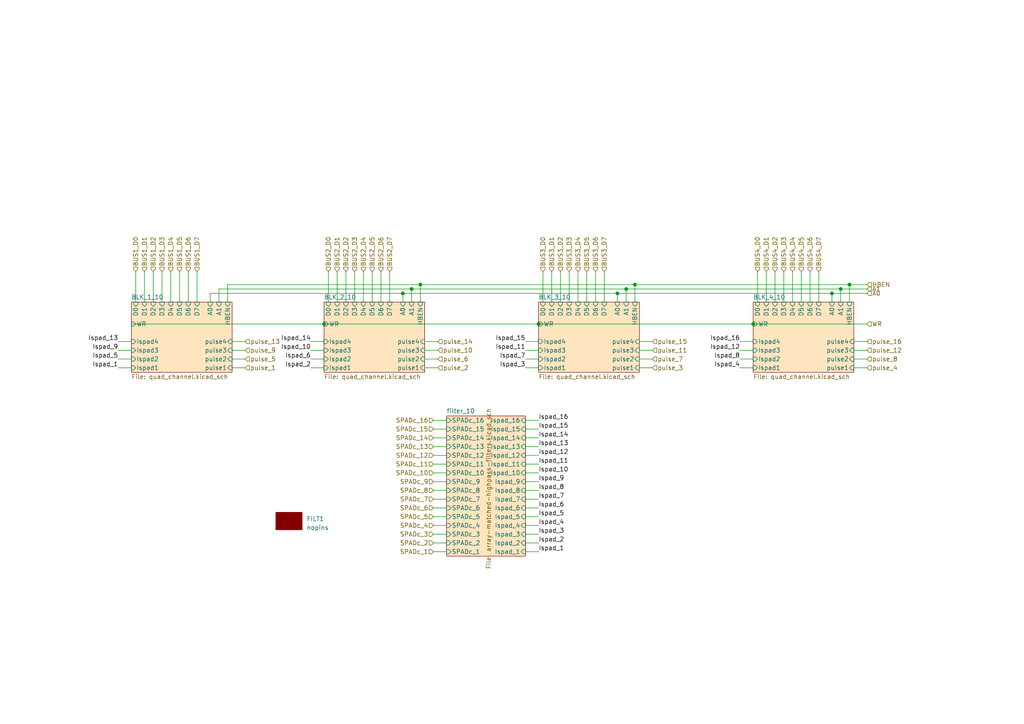
<source format=kicad_sch>
(kicad_sch (version 20230121) (generator eeschema)

  (uuid 52d8f336-2548-4a6a-9199-249ef77232ed)

  (paper "A4")

  (lib_symbols
    (symbol "0_kicad_custom_symbols:nopins" (in_bom yes) (on_board yes)
      (property "Reference" "U" (at 0 -1.27 0)
        (effects (font (size 1.27 1.27)))
      )
      (property "Value" "nopins" (at 0 1.27 0)
        (effects (font (size 1.27 1.27)))
      )
      (property "Footprint" "" (at 0 -1.27 0)
        (effects (font (size 1.27 1.27)) hide)
      )
      (property "Datasheet" "" (at 0 -1.27 0)
        (effects (font (size 1.27 1.27)) hide)
      )
      (symbol "nopins_0_1"
        (rectangle (start 3.81 -2.54) (end -3.81 2.54)
          (stroke (width 0) (type default))
          (fill (type outline))
        )
      )
    )
  )

  (junction (at 243.84 83.82) (diameter 0) (color 0 0 0 0)
    (uuid 01581fcd-3142-46d1-810f-64d42e9ffac7)
  )
  (junction (at 121.92 82.55) (diameter 0) (color 0 0 0 0)
    (uuid 09e7ee77-03e7-434e-ac00-70be48bade37)
  )
  (junction (at 181.61 83.82) (diameter 0) (color 0 0 0 0)
    (uuid 13d3d4c6-291c-4875-a49c-3e24eb46a18b)
  )
  (junction (at 179.07 85.09) (diameter 0) (color 0 0 0 0)
    (uuid 70c27a10-3ec1-4335-b559-9fefd55de7b4)
  )
  (junction (at 93.98 93.98) (diameter 0) (color 0 0 0 0)
    (uuid 9285d987-a8d1-4b47-9148-8054b0ba285c)
  )
  (junction (at 184.15 82.55) (diameter 0) (color 0 0 0 0)
    (uuid 99a1ed49-e8a5-4ff1-97e5-fb44241b11ee)
  )
  (junction (at 116.84 85.09) (diameter 0) (color 0 0 0 0)
    (uuid 9b03a390-1cd5-4412-a671-500633480605)
  )
  (junction (at 156.21 93.98) (diameter 0) (color 0 0 0 0)
    (uuid a10c6203-f4ae-4108-be3d-fb6207e9a122)
  )
  (junction (at 246.38 82.55) (diameter 0) (color 0 0 0 0)
    (uuid a852cb3d-a930-443b-beca-3ed2d1824fb5)
  )
  (junction (at 241.3 85.09) (diameter 0) (color 0 0 0 0)
    (uuid afc0ad15-ca7d-40e0-a500-27c1800fadb9)
  )
  (junction (at 218.44 93.98) (diameter 0) (color 0 0 0 0)
    (uuid cce42eb8-7574-47b7-82bb-5643f4acec7f)
  )
  (junction (at 119.38 83.82) (diameter 0) (color 0 0 0 0)
    (uuid e59b2cdd-1931-42d3-83c6-881f50c68252)
  )

  (wire (pts (xy 100.33 78.74) (xy 100.33 87.63))
    (stroke (width 0) (type default))
    (uuid 00d9556e-5e01-45f9-ac02-0e801e45ce94)
  )
  (wire (pts (xy 129.54 154.94) (xy 125.73 154.94))
    (stroke (width 0) (type default))
    (uuid 02668e77-ecbc-46c5-9dda-543efb67cd61)
  )
  (wire (pts (xy 63.5 87.63) (xy 63.5 83.82))
    (stroke (width 0) (type default))
    (uuid 08b770e4-e844-4b0c-9b21-675de77c92e5)
  )
  (wire (pts (xy 105.41 78.74) (xy 105.41 87.63))
    (stroke (width 0) (type default))
    (uuid 08c3bd1f-1053-4520-ac6c-ad03f4a498ab)
  )
  (wire (pts (xy 179.07 85.09) (xy 179.07 87.63))
    (stroke (width 0) (type default))
    (uuid 0967c64a-1464-405e-aa46-69bfd7d8b4d5)
  )
  (wire (pts (xy 152.4 139.7) (xy 156.21 139.7))
    (stroke (width 0) (type default))
    (uuid 0a204a7c-fe26-4744-b918-2a80579e5cc2)
  )
  (wire (pts (xy 90.17 106.68) (xy 93.98 106.68))
    (stroke (width 0) (type default))
    (uuid 12335b52-03aa-40f0-bbee-5674c37dbdbc)
  )
  (wire (pts (xy 152.4 134.62) (xy 156.21 134.62))
    (stroke (width 0) (type default))
    (uuid 14b2dc90-aa6b-4735-97be-78e4b4f7bbff)
  )
  (wire (pts (xy 152.4 142.24) (xy 156.21 142.24))
    (stroke (width 0) (type default))
    (uuid 16d796bb-3ee1-4502-ba75-fb1d300c8b23)
  )
  (wire (pts (xy 116.84 85.09) (xy 116.84 87.63))
    (stroke (width 0) (type default))
    (uuid 179a8fcd-6e7b-45c6-89aa-ff52222a842f)
  )
  (wire (pts (xy 71.12 106.68) (xy 67.31 106.68))
    (stroke (width 0) (type default))
    (uuid 17cdc07f-ceee-4ec1-abd8-3a5e75353c0d)
  )
  (wire (pts (xy 152.4 154.94) (xy 156.21 154.94))
    (stroke (width 0) (type default))
    (uuid 18b00416-0fb9-4047-b474-ce8472c1c757)
  )
  (wire (pts (xy 49.53 78.74) (xy 49.53 87.63))
    (stroke (width 0) (type default))
    (uuid 1c53744b-ad59-4411-8a2e-c6b5a2c48cf9)
  )
  (wire (pts (xy 102.87 78.74) (xy 102.87 87.63))
    (stroke (width 0) (type default))
    (uuid 1e9b3c40-f56d-44b1-9cbc-e3f722c2f85a)
  )
  (wire (pts (xy 129.54 149.86) (xy 125.73 149.86))
    (stroke (width 0) (type default))
    (uuid 223e279f-7ab0-4590-adb9-ab6a339127bf)
  )
  (wire (pts (xy 71.12 99.06) (xy 67.31 99.06))
    (stroke (width 0) (type default))
    (uuid 295e2e5c-8caa-476f-b856-8d3a0a13c6b4)
  )
  (wire (pts (xy 160.02 78.74) (xy 160.02 87.63))
    (stroke (width 0) (type default))
    (uuid 2b37e5d5-2455-4829-bdef-3a689343ffdc)
  )
  (wire (pts (xy 218.44 93.98) (xy 251.46 93.98))
    (stroke (width 0) (type default))
    (uuid 2b598b1c-5329-44d7-8fb2-21e22137e716)
  )
  (wire (pts (xy 129.54 134.62) (xy 125.73 134.62))
    (stroke (width 0) (type default))
    (uuid 2bbc2d20-d621-4439-b607-7cd3592a6e75)
  )
  (wire (pts (xy 214.63 106.68) (xy 218.44 106.68))
    (stroke (width 0) (type default))
    (uuid 2ef42d54-add3-4f23-b15a-f7e0529bbd55)
  )
  (wire (pts (xy 38.1 93.98) (xy 93.98 93.98))
    (stroke (width 0) (type default))
    (uuid 3073c336-dfaf-415f-aafb-122d23ad5e5b)
  )
  (wire (pts (xy 71.12 101.6) (xy 67.31 101.6))
    (stroke (width 0) (type default))
    (uuid 31893590-6563-45ff-a751-a2c9c2dc76fc)
  )
  (wire (pts (xy 152.4 101.6) (xy 156.21 101.6))
    (stroke (width 0) (type default))
    (uuid 324eb46f-b3cc-461f-af42-ae94c2d9406a)
  )
  (wire (pts (xy 214.63 104.14) (xy 218.44 104.14))
    (stroke (width 0) (type default))
    (uuid 34cd6e22-6e6a-4f8e-a9ea-164c032ac8fb)
  )
  (wire (pts (xy 71.12 104.14) (xy 67.31 104.14))
    (stroke (width 0) (type default))
    (uuid 36cba0ac-74ee-43f2-ad40-ff6358413967)
  )
  (wire (pts (xy 152.4 104.14) (xy 156.21 104.14))
    (stroke (width 0) (type default))
    (uuid 39519e6a-282b-4558-b0bd-06967ebde253)
  )
  (wire (pts (xy 246.38 82.55) (xy 246.38 87.63))
    (stroke (width 0) (type default))
    (uuid 3df5a760-c9f7-4675-b405-4a764778b91d)
  )
  (wire (pts (xy 227.33 78.74) (xy 227.33 87.63))
    (stroke (width 0) (type default))
    (uuid 3e69d445-b0ca-464d-8184-6713ba06787c)
  )
  (wire (pts (xy 232.41 78.74) (xy 232.41 87.63))
    (stroke (width 0) (type default))
    (uuid 3fe9ecaf-7de5-4937-b166-20d9db09fa43)
  )
  (wire (pts (xy 152.4 106.68) (xy 156.21 106.68))
    (stroke (width 0) (type default))
    (uuid 4096c503-e37e-4cd7-bc10-445849a46189)
  )
  (wire (pts (xy 234.95 78.74) (xy 234.95 87.63))
    (stroke (width 0) (type default))
    (uuid 4395d7c6-2013-4ef8-84cb-1488592d560f)
  )
  (wire (pts (xy 129.54 142.24) (xy 125.73 142.24))
    (stroke (width 0) (type default))
    (uuid 46f8bc78-6665-4e8f-82b5-4548e796ba63)
  )
  (wire (pts (xy 127 101.6) (xy 123.19 101.6))
    (stroke (width 0) (type default))
    (uuid 488c175a-d6d6-4c84-815d-306993a198c2)
  )
  (wire (pts (xy 57.15 78.74) (xy 57.15 87.63))
    (stroke (width 0) (type default))
    (uuid 49802cc8-5c09-4179-85f2-5430daace477)
  )
  (wire (pts (xy 121.92 82.55) (xy 121.92 87.63))
    (stroke (width 0) (type default))
    (uuid 4a8a7540-dae7-4ad3-a931-d72cc428faf9)
  )
  (wire (pts (xy 237.49 78.74) (xy 237.49 87.63))
    (stroke (width 0) (type default))
    (uuid 4ce64e5e-5917-4569-90e3-75014f2a1d98)
  )
  (wire (pts (xy 129.54 132.08) (xy 125.73 132.08))
    (stroke (width 0) (type default))
    (uuid 4da5a95a-b5ba-4677-ac76-36a652618d94)
  )
  (wire (pts (xy 251.46 104.14) (xy 247.65 104.14))
    (stroke (width 0) (type default))
    (uuid 53064b90-64ee-4e8b-b0e8-7e7c5f5e2f31)
  )
  (wire (pts (xy 189.23 106.68) (xy 185.42 106.68))
    (stroke (width 0) (type default))
    (uuid 57304fe8-acc0-473a-b55e-e36439bfe8bd)
  )
  (wire (pts (xy 243.84 83.82) (xy 243.84 87.63))
    (stroke (width 0) (type default))
    (uuid 588a637c-c210-4f61-8fd8-40d66e1ce71f)
  )
  (wire (pts (xy 129.54 144.78) (xy 125.73 144.78))
    (stroke (width 0) (type default))
    (uuid 59566718-e20d-4265-b7ac-01cc7443bb5b)
  )
  (wire (pts (xy 229.87 78.74) (xy 229.87 87.63))
    (stroke (width 0) (type default))
    (uuid 5958aea3-2426-487f-87e5-c67e33e9c0bc)
  )
  (wire (pts (xy 129.54 137.16) (xy 125.73 137.16))
    (stroke (width 0) (type default))
    (uuid 59ebde31-4b42-43fe-aae9-659cca7ead33)
  )
  (wire (pts (xy 52.07 78.74) (xy 52.07 87.63))
    (stroke (width 0) (type default))
    (uuid 5fc1bd6a-a77c-4faf-b197-5ce0ae0e23a0)
  )
  (wire (pts (xy 152.4 132.08) (xy 156.21 132.08))
    (stroke (width 0) (type default))
    (uuid 63bb93b5-71fb-4108-af9d-39cc2089a8af)
  )
  (wire (pts (xy 251.46 99.06) (xy 247.65 99.06))
    (stroke (width 0) (type default))
    (uuid 65457f47-e7bd-4587-a1c8-d57daa629c49)
  )
  (wire (pts (xy 129.54 147.32) (xy 125.73 147.32))
    (stroke (width 0) (type default))
    (uuid 659e9f77-9ae8-4e19-81cb-5a937630ba30)
  )
  (wire (pts (xy 170.18 78.74) (xy 170.18 87.63))
    (stroke (width 0) (type default))
    (uuid 6b6281fa-70c8-4e99-b50c-04cefc931ccb)
  )
  (wire (pts (xy 152.4 157.48) (xy 156.21 157.48))
    (stroke (width 0) (type default))
    (uuid 6c9716b1-7ef6-4a2e-ae18-8f4018d1cab7)
  )
  (wire (pts (xy 152.4 121.92) (xy 156.21 121.92))
    (stroke (width 0) (type default))
    (uuid 6f05cf7f-ff5d-4904-a881-57611db515a6)
  )
  (wire (pts (xy 152.4 99.06) (xy 156.21 99.06))
    (stroke (width 0) (type default))
    (uuid 71ab3e0e-7ca7-452f-835c-8be8db5c1c60)
  )
  (wire (pts (xy 184.15 82.55) (xy 246.38 82.55))
    (stroke (width 0) (type default))
    (uuid 733c096d-ba42-43f2-91b7-fe5d805d2ec8)
  )
  (wire (pts (xy 60.96 85.09) (xy 116.84 85.09))
    (stroke (width 0) (type default))
    (uuid 7411709d-5b12-4568-9b6c-4a9bbb17de2c)
  )
  (wire (pts (xy 41.91 78.74) (xy 41.91 87.63))
    (stroke (width 0) (type default))
    (uuid 7560bafb-6940-449e-8f69-e7870e0c887e)
  )
  (wire (pts (xy 156.21 93.98) (xy 218.44 93.98))
    (stroke (width 0) (type default))
    (uuid 75905035-20a8-489d-ba68-6b6492d9bcb7)
  )
  (wire (pts (xy 214.63 99.06) (xy 218.44 99.06))
    (stroke (width 0) (type default))
    (uuid 778d7d5a-cd9e-4a1d-a0f0-5a8b79f9b1ad)
  )
  (wire (pts (xy 44.45 78.74) (xy 44.45 87.63))
    (stroke (width 0) (type default))
    (uuid 78a5556a-76b3-4b7c-a1a1-51db6c96c670)
  )
  (wire (pts (xy 110.49 78.74) (xy 110.49 87.63))
    (stroke (width 0) (type default))
    (uuid 7a3cb87f-4a32-4cb2-b6e8-eb2ff504fd70)
  )
  (wire (pts (xy 129.54 139.7) (xy 125.73 139.7))
    (stroke (width 0) (type default))
    (uuid 7b14b972-ff01-43d7-8390-7d0f59dfcab7)
  )
  (wire (pts (xy 93.98 93.98) (xy 156.21 93.98))
    (stroke (width 0) (type default))
    (uuid 7b4791e9-8c2f-4580-b150-a932c4bd3ff3)
  )
  (wire (pts (xy 129.54 124.46) (xy 125.73 124.46))
    (stroke (width 0) (type default))
    (uuid 7c6dd168-a6a8-47bc-ba96-37acf6a99365)
  )
  (wire (pts (xy 60.96 87.63) (xy 60.96 85.09))
    (stroke (width 0) (type default))
    (uuid 7e8eb18b-9c80-4300-94f4-f6db36fb7fbe)
  )
  (wire (pts (xy 172.72 78.74) (xy 172.72 87.63))
    (stroke (width 0) (type default))
    (uuid 7edfd273-fcc5-457a-a60d-b1b3e3a8bd8e)
  )
  (wire (pts (xy 90.17 101.6) (xy 93.98 101.6))
    (stroke (width 0) (type default))
    (uuid 8039025b-e38e-45f8-a53c-b46bbb74e8f2)
  )
  (wire (pts (xy 34.29 104.14) (xy 38.1 104.14))
    (stroke (width 0) (type default))
    (uuid 82f827c9-48f6-4165-a0c2-bb9b0ad6cd05)
  )
  (wire (pts (xy 181.61 83.82) (xy 243.84 83.82))
    (stroke (width 0) (type default))
    (uuid 8393d02b-fff1-4d9e-b262-4d58a794927f)
  )
  (wire (pts (xy 224.79 78.74) (xy 224.79 87.63))
    (stroke (width 0) (type default))
    (uuid 858aa1b1-2fdb-4377-867a-fcc49b29b7c9)
  )
  (wire (pts (xy 129.54 121.92) (xy 125.73 121.92))
    (stroke (width 0) (type default))
    (uuid 871f1348-7cd9-4094-b758-07306fc05a96)
  )
  (wire (pts (xy 129.54 160.02) (xy 125.73 160.02))
    (stroke (width 0) (type default))
    (uuid 8782b83c-4e93-4b7b-86ab-4896ee158fd9)
  )
  (wire (pts (xy 34.29 106.68) (xy 38.1 106.68))
    (stroke (width 0) (type default))
    (uuid 88bd283a-b7fc-42c2-9bad-f078652d63a2)
  )
  (wire (pts (xy 189.23 101.6) (xy 185.42 101.6))
    (stroke (width 0) (type default))
    (uuid 8e7364cf-95e4-48b9-969c-7650fbbea9fd)
  )
  (wire (pts (xy 90.17 99.06) (xy 93.98 99.06))
    (stroke (width 0) (type default))
    (uuid 916ee5aa-ab48-4ac8-b8ee-095ee5b307f5)
  )
  (wire (pts (xy 189.23 99.06) (xy 185.42 99.06))
    (stroke (width 0) (type default))
    (uuid 91f5fac8-8e42-4ed3-92d8-693773a026e5)
  )
  (wire (pts (xy 181.61 83.82) (xy 181.61 87.63))
    (stroke (width 0) (type default))
    (uuid 940ad50d-2683-4bf8-a245-7f14ef2167d8)
  )
  (wire (pts (xy 189.23 104.14) (xy 185.42 104.14))
    (stroke (width 0) (type default))
    (uuid 95981d52-c282-4406-8206-ee2643d9b063)
  )
  (wire (pts (xy 152.4 129.54) (xy 156.21 129.54))
    (stroke (width 0) (type default))
    (uuid 98c3422c-e213-459e-aaae-c3e6effd1210)
  )
  (wire (pts (xy 129.54 127) (xy 125.73 127))
    (stroke (width 0) (type default))
    (uuid 9ab6b5cc-5231-4f14-b9da-ce25b0abd30d)
  )
  (wire (pts (xy 46.99 78.74) (xy 46.99 87.63))
    (stroke (width 0) (type default))
    (uuid 9b0baeea-1b31-4d30-af41-8fd1285b60f1)
  )
  (wire (pts (xy 119.38 83.82) (xy 181.61 83.82))
    (stroke (width 0) (type default))
    (uuid 9d1702c5-a605-4f2d-9ec1-e269b29e18fc)
  )
  (wire (pts (xy 162.56 78.74) (xy 162.56 87.63))
    (stroke (width 0) (type default))
    (uuid 9ef12da8-7641-4425-9cdc-762bcff55f75)
  )
  (wire (pts (xy 251.46 106.68) (xy 247.65 106.68))
    (stroke (width 0) (type default))
    (uuid 9f762cdc-6c80-4b8a-acc9-9dcb31b29e51)
  )
  (wire (pts (xy 222.25 78.74) (xy 222.25 87.63))
    (stroke (width 0) (type default))
    (uuid a0c373ad-c3c9-4dbc-9cdf-a32c9a9176f2)
  )
  (wire (pts (xy 152.4 147.32) (xy 156.21 147.32))
    (stroke (width 0) (type default))
    (uuid a0f339d0-db25-4756-9523-d7f4cd456201)
  )
  (wire (pts (xy 179.07 85.09) (xy 241.3 85.09))
    (stroke (width 0) (type default))
    (uuid a23622f1-1c72-46ae-a242-4ec9f6684947)
  )
  (wire (pts (xy 152.4 149.86) (xy 156.21 149.86))
    (stroke (width 0) (type default))
    (uuid a46675f0-e822-44ff-9ade-41d8cabf0b01)
  )
  (wire (pts (xy 129.54 157.48) (xy 125.73 157.48))
    (stroke (width 0) (type default))
    (uuid a8246fa2-b93a-447e-948f-2878e1f887e5)
  )
  (wire (pts (xy 157.48 78.74) (xy 157.48 87.63))
    (stroke (width 0) (type default))
    (uuid aa5a19f0-3155-494e-9a96-165111433180)
  )
  (wire (pts (xy 184.15 82.55) (xy 184.15 87.63))
    (stroke (width 0) (type default))
    (uuid abe6ce4b-23bf-402b-b5ac-62efd1eda827)
  )
  (wire (pts (xy 129.54 152.4) (xy 125.73 152.4))
    (stroke (width 0) (type default))
    (uuid adb9f9c2-7f4c-4118-92c5-2a785c095160)
  )
  (wire (pts (xy 241.3 85.09) (xy 241.3 87.63))
    (stroke (width 0) (type default))
    (uuid affd9fa7-83a4-44d4-bdf8-edb2ef02f028)
  )
  (wire (pts (xy 175.26 78.74) (xy 175.26 87.63))
    (stroke (width 0) (type default))
    (uuid b013ae79-231a-46b7-b7ee-57bb9961e442)
  )
  (wire (pts (xy 152.4 127) (xy 156.21 127))
    (stroke (width 0) (type default))
    (uuid b3641abd-563e-4f1b-b769-ecf5c2bc340d)
  )
  (wire (pts (xy 90.17 104.14) (xy 93.98 104.14))
    (stroke (width 0) (type default))
    (uuid b3a5c237-13aa-4212-a37e-aac93d08c182)
  )
  (wire (pts (xy 251.46 101.6) (xy 247.65 101.6))
    (stroke (width 0) (type default))
    (uuid b4863d98-addc-4a19-b834-a7b2ffd0c1d2)
  )
  (wire (pts (xy 219.71 78.74) (xy 219.71 87.63))
    (stroke (width 0) (type default))
    (uuid b555f835-3192-4c14-8fe9-0072f9a6c4d9)
  )
  (wire (pts (xy 152.4 124.46) (xy 156.21 124.46))
    (stroke (width 0) (type default))
    (uuid b5d1258a-9ff1-402a-8a60-bf3006cc4e1b)
  )
  (wire (pts (xy 129.54 129.54) (xy 125.73 129.54))
    (stroke (width 0) (type default))
    (uuid ba97ffa1-4380-4b19-bc4a-3a0ee5e95339)
  )
  (wire (pts (xy 246.38 82.55) (xy 251.46 82.55))
    (stroke (width 0) (type default))
    (uuid bb7ab418-1594-427d-bfc5-f76dbbcaf95d)
  )
  (wire (pts (xy 119.38 83.82) (xy 119.38 87.63))
    (stroke (width 0) (type default))
    (uuid bcf7606e-a712-4568-a44c-c12ee3b090cb)
  )
  (wire (pts (xy 113.03 78.74) (xy 113.03 87.63))
    (stroke (width 0) (type default))
    (uuid be6fdf4e-e8be-47d8-a22a-15a976a623ff)
  )
  (wire (pts (xy 165.1 78.74) (xy 165.1 87.63))
    (stroke (width 0) (type default))
    (uuid c186e831-151f-4dbf-a6b9-e9fe413d3615)
  )
  (wire (pts (xy 243.84 83.82) (xy 251.46 83.82))
    (stroke (width 0) (type default))
    (uuid c3b9779a-02d3-4567-b989-efc283205443)
  )
  (wire (pts (xy 214.63 101.6) (xy 218.44 101.6))
    (stroke (width 0) (type default))
    (uuid cb56964c-cb90-4049-b3d3-c563a748d65c)
  )
  (wire (pts (xy 241.3 85.09) (xy 251.46 85.09))
    (stroke (width 0) (type default))
    (uuid cf20c3df-2b5e-4744-86b9-4d9d8699ff48)
  )
  (wire (pts (xy 127 99.06) (xy 123.19 99.06))
    (stroke (width 0) (type default))
    (uuid cf5d5350-cb71-4bb0-8d8c-861a96328e7f)
  )
  (wire (pts (xy 152.4 160.02) (xy 156.21 160.02))
    (stroke (width 0) (type default))
    (uuid d0189fe7-4cf4-4ae1-bc89-9a5fa67a76d6)
  )
  (wire (pts (xy 39.37 78.74) (xy 39.37 87.63))
    (stroke (width 0) (type default))
    (uuid d1acb61c-57f9-40f2-9dc9-0865cc109470)
  )
  (wire (pts (xy 167.64 78.74) (xy 167.64 87.63))
    (stroke (width 0) (type default))
    (uuid d2758079-6a25-4c20-bb0f-47dd91b07a17)
  )
  (wire (pts (xy 152.4 152.4) (xy 156.21 152.4))
    (stroke (width 0) (type default))
    (uuid d525c7d2-65ae-465b-88da-34c4d4512c91)
  )
  (wire (pts (xy 116.84 85.09) (xy 179.07 85.09))
    (stroke (width 0) (type default))
    (uuid d5a94d1b-97d3-4ab0-a5ab-e589091bd82e)
  )
  (wire (pts (xy 95.25 78.74) (xy 95.25 87.63))
    (stroke (width 0) (type default))
    (uuid dc7856d1-cf44-4f64-8625-ed1841a6c2df)
  )
  (wire (pts (xy 97.79 78.74) (xy 97.79 87.63))
    (stroke (width 0) (type default))
    (uuid dd9b48a0-51a3-452f-8743-907f36f8a0b5)
  )
  (wire (pts (xy 127 104.14) (xy 123.19 104.14))
    (stroke (width 0) (type default))
    (uuid e0d34d41-000f-413d-9426-87c26988a556)
  )
  (wire (pts (xy 152.4 137.16) (xy 156.21 137.16))
    (stroke (width 0) (type default))
    (uuid e492cfca-c117-49da-a6b6-830b4fbe7c0e)
  )
  (wire (pts (xy 121.92 82.55) (xy 184.15 82.55))
    (stroke (width 0) (type default))
    (uuid ed62ef9f-9a37-4205-b27a-6a422e27ed71)
  )
  (wire (pts (xy 107.95 78.74) (xy 107.95 87.63))
    (stroke (width 0) (type default))
    (uuid ee757050-40ab-44c8-8399-874b7266589d)
  )
  (wire (pts (xy 34.29 101.6) (xy 38.1 101.6))
    (stroke (width 0) (type default))
    (uuid f07f52f4-6a27-4a44-8123-754b903040f2)
  )
  (wire (pts (xy 63.5 83.82) (xy 119.38 83.82))
    (stroke (width 0) (type default))
    (uuid f196d759-9885-458a-90d6-d87e730c4b7e)
  )
  (wire (pts (xy 66.04 82.55) (xy 121.92 82.55))
    (stroke (width 0) (type default))
    (uuid f1c15aab-d291-4d41-914b-84d515b9180a)
  )
  (wire (pts (xy 34.29 99.06) (xy 38.1 99.06))
    (stroke (width 0) (type default))
    (uuid fad97b11-5d3a-42ae-ad78-b895a810cad8)
  )
  (wire (pts (xy 54.61 78.74) (xy 54.61 87.63))
    (stroke (width 0) (type default))
    (uuid fafed675-ec97-4edc-a98a-9f5eed0fd0f3)
  )
  (wire (pts (xy 152.4 144.78) (xy 156.21 144.78))
    (stroke (width 0) (type default))
    (uuid fc022264-1b68-46a1-9702-15aaa6ba07cc)
  )
  (wire (pts (xy 127 106.68) (xy 123.19 106.68))
    (stroke (width 0) (type default))
    (uuid fc0ddb8d-4f52-4da9-90a9-b4cf060c8d39)
  )
  (wire (pts (xy 66.04 87.63) (xy 66.04 82.55))
    (stroke (width 0) (type default))
    (uuid fd322488-59ef-4ea6-bf51-4c26ae38085c)
  )

  (label "Ispad_6" (at 90.17 104.14 180) (fields_autoplaced)
    (effects (font (size 1.27 1.27)) (justify right bottom))
    (uuid 0cf19023-6267-4b93-8287-a6c4c8cece2d)
  )
  (label "Ispad_8" (at 156.21 142.24 0) (fields_autoplaced)
    (effects (font (size 1.27 1.27)) (justify left bottom))
    (uuid 0e5147db-8992-41c1-8b4a-67adb28d4887)
  )
  (label "Ispad_7" (at 152.4 104.14 180) (fields_autoplaced)
    (effects (font (size 1.27 1.27)) (justify right bottom))
    (uuid 0f815194-204a-4314-a0db-f8bee2584ed0)
  )
  (label "Ispad_12" (at 214.63 101.6 180) (fields_autoplaced)
    (effects (font (size 1.27 1.27)) (justify right bottom))
    (uuid 0fbd7024-01e9-4e0f-a50e-d8809b238ddc)
  )
  (label "Ispad_2" (at 90.17 106.68 180) (fields_autoplaced)
    (effects (font (size 1.27 1.27)) (justify right bottom))
    (uuid 1e3e77b9-a1f7-4da9-a90b-5debd9b4fd63)
  )
  (label "Ispad_8" (at 214.63 104.14 180) (fields_autoplaced)
    (effects (font (size 1.27 1.27)) (justify right bottom))
    (uuid 2de5b420-5c7b-4a1f-acd6-953817bfc911)
  )
  (label "Ispad_3" (at 156.21 154.94 0) (fields_autoplaced)
    (effects (font (size 1.27 1.27)) (justify left bottom))
    (uuid 33b7719c-98e2-4fbf-a638-ce5ac9a63f9a)
  )
  (label "Ispad_14" (at 156.21 127 0) (fields_autoplaced)
    (effects (font (size 1.27 1.27)) (justify left bottom))
    (uuid 393dd2e4-596c-47ed-aa82-7329feb07973)
  )
  (label "Ispad_12" (at 156.21 132.08 0) (fields_autoplaced)
    (effects (font (size 1.27 1.27)) (justify left bottom))
    (uuid 44a48d94-3af9-491e-9649-c1c88d6484b4)
  )
  (label "Ispad_7" (at 156.21 144.78 0) (fields_autoplaced)
    (effects (font (size 1.27 1.27)) (justify left bottom))
    (uuid 458f48f2-060e-466b-a8b7-e563ed9faf6d)
  )
  (label "Ispad_13" (at 156.21 129.54 0) (fields_autoplaced)
    (effects (font (size 1.27 1.27)) (justify left bottom))
    (uuid 56fd9c76-5f0d-48d9-b47b-bd67f8b1906d)
  )
  (label "Ispad_9" (at 34.29 101.6 180) (fields_autoplaced)
    (effects (font (size 1.27 1.27)) (justify right bottom))
    (uuid 64f0ebbc-746c-41b5-92e5-dfb0cc8432db)
  )
  (label "Ispad_14" (at 90.17 99.06 180) (fields_autoplaced)
    (effects (font (size 1.27 1.27)) (justify right bottom))
    (uuid 6de3092c-e4fc-427c-bd46-d126e6974838)
  )
  (label "Ispad_11" (at 156.21 134.62 0) (fields_autoplaced)
    (effects (font (size 1.27 1.27)) (justify left bottom))
    (uuid 6e559ca3-4b0f-4a9c-a217-2e71279662e4)
  )
  (label "Ispad_2" (at 156.21 157.48 0) (fields_autoplaced)
    (effects (font (size 1.27 1.27)) (justify left bottom))
    (uuid 6fdd0562-0bca-45de-816b-50d2f75bd2bb)
  )
  (label "Ispad_4" (at 156.21 152.4 0) (fields_autoplaced)
    (effects (font (size 1.27 1.27)) (justify left bottom))
    (uuid 735e2346-4b1f-4fa8-b9ec-f93c15608458)
  )
  (label "Ispad_13" (at 34.29 99.06 180) (fields_autoplaced)
    (effects (font (size 1.27 1.27)) (justify right bottom))
    (uuid 79043ea8-2571-41ec-8943-3faba9052544)
  )
  (label "Ispad_5" (at 156.21 149.86 0) (fields_autoplaced)
    (effects (font (size 1.27 1.27)) (justify left bottom))
    (uuid 7bf9884b-41f0-4736-88ea-a25884357201)
  )
  (label "Ispad_5" (at 34.29 104.14 180) (fields_autoplaced)
    (effects (font (size 1.27 1.27)) (justify right bottom))
    (uuid 80979afe-49b3-496c-bbe4-1dd592ea3e3e)
  )
  (label "Ispad_16" (at 214.63 99.06 180) (fields_autoplaced)
    (effects (font (size 1.27 1.27)) (justify right bottom))
    (uuid 85dba538-1985-453d-a158-6a755b4f7a0d)
  )
  (label "Ispad_10" (at 90.17 101.6 180) (fields_autoplaced)
    (effects (font (size 1.27 1.27)) (justify right bottom))
    (uuid 9c5a0b93-bf35-4e26-8621-1d400243fd58)
  )
  (label "Ispad_15" (at 152.4 99.06 180) (fields_autoplaced)
    (effects (font (size 1.27 1.27)) (justify right bottom))
    (uuid a7ec9d9f-b2f7-4f7b-b8a7-abef6c4a5a30)
  )
  (label "Ispad_15" (at 156.21 124.46 0) (fields_autoplaced)
    (effects (font (size 1.27 1.27)) (justify left bottom))
    (uuid b3923ee4-ccf8-4289-b62d-29374876c613)
  )
  (label "Ispad_11" (at 152.4 101.6 180) (fields_autoplaced)
    (effects (font (size 1.27 1.27)) (justify right bottom))
    (uuid c4dd842b-d398-42bf-b426-d2ddc282a98c)
  )
  (label "Ispad_1" (at 156.21 160.02 0) (fields_autoplaced)
    (effects (font (size 1.27 1.27)) (justify left bottom))
    (uuid c564ef45-67e6-4772-9d8e-cff9d8f840cd)
  )
  (label "Ispad_10" (at 156.21 137.16 0) (fields_autoplaced)
    (effects (font (size 1.27 1.27)) (justify left bottom))
    (uuid d0f16d37-24ab-4881-9951-de9abb362c36)
  )
  (label "Ispad_4" (at 214.63 106.68 180) (fields_autoplaced)
    (effects (font (size 1.27 1.27)) (justify right bottom))
    (uuid dcab4082-b254-47ac-b789-fab14b9a2cee)
  )
  (label "Ispad_16" (at 156.21 121.92 0) (fields_autoplaced)
    (effects (font (size 1.27 1.27)) (justify left bottom))
    (uuid e5984d13-4ee4-40ee-97fb-66d705841db4)
  )
  (label "Ispad_6" (at 156.21 147.32 0) (fields_autoplaced)
    (effects (font (size 1.27 1.27)) (justify left bottom))
    (uuid e6af8ed5-4682-4fc8-b5ff-386b3b0a6968)
  )
  (label "Ispad_9" (at 156.21 139.7 0) (fields_autoplaced)
    (effects (font (size 1.27 1.27)) (justify left bottom))
    (uuid e896a0d7-e620-4354-bc32-5e1d2985e256)
  )
  (label "Ispad_3" (at 152.4 106.68 180) (fields_autoplaced)
    (effects (font (size 1.27 1.27)) (justify right bottom))
    (uuid ea031d95-4f65-44e1-98e7-fcb54ec64cbe)
  )
  (label "Ispad_1" (at 34.29 106.68 180) (fields_autoplaced)
    (effects (font (size 1.27 1.27)) (justify right bottom))
    (uuid ee5cf06e-9123-4a03-b2f5-14531b12216c)
  )

  (hierarchical_label "SPADc_9" (shape input) (at 125.73 139.7 180) (fields_autoplaced)
    (effects (font (size 1.27 1.27)) (justify right))
    (uuid 02152270-56b8-48e4-b3b0-665d71b21e9a)
  )
  (hierarchical_label "HBEN" (shape input) (at 251.46 82.55 0) (fields_autoplaced)
    (effects (font (size 1.27 1.27)) (justify left))
    (uuid 0733c5a1-f6db-4de0-9d24-cfa1685df607)
  )
  (hierarchical_label "WR" (shape input) (at 251.46 93.98 0) (fields_autoplaced)
    (effects (font (size 1.27 1.27)) (justify left))
    (uuid 0d6800db-3a08-4244-a84c-913cfcdae4e5)
  )
  (hierarchical_label "BUS3_D2" (shape input) (at 162.56 78.74 90) (fields_autoplaced)
    (effects (font (size 1.27 1.27)) (justify left))
    (uuid 0e3a8f67-680a-41f0-a6d7-38c636f90869)
  )
  (hierarchical_label "BUS4_D6" (shape input) (at 234.95 78.74 90) (fields_autoplaced)
    (effects (font (size 1.27 1.27)) (justify left))
    (uuid 174c9c82-085c-4718-b8ae-a5d6067e62e0)
  )
  (hierarchical_label "BUS4_D7" (shape input) (at 237.49 78.74 90) (fields_autoplaced)
    (effects (font (size 1.27 1.27)) (justify left))
    (uuid 17e9f05d-b983-4b40-9456-34830201296d)
  )
  (hierarchical_label "SPADc_4" (shape input) (at 125.73 152.4 180) (fields_autoplaced)
    (effects (font (size 1.27 1.27)) (justify right))
    (uuid 19c36013-638c-45a6-990d-60419e29a0a8)
  )
  (hierarchical_label "SPADc_2" (shape input) (at 125.73 157.48 180) (fields_autoplaced)
    (effects (font (size 1.27 1.27)) (justify right))
    (uuid 19c577cd-03f9-436b-9dff-275b72cee893)
  )
  (hierarchical_label "SPADc_6" (shape input) (at 125.73 147.32 180) (fields_autoplaced)
    (effects (font (size 1.27 1.27)) (justify right))
    (uuid 1dd82270-7453-4671-a53b-fb589c23b2b3)
  )
  (hierarchical_label "SPADc_15" (shape input) (at 125.73 124.46 180) (fields_autoplaced)
    (effects (font (size 1.27 1.27)) (justify right))
    (uuid 245c9d25-5c4a-4966-9ede-0796791ad5bf)
  )
  (hierarchical_label "pulse_9" (shape input) (at 71.12 101.6 0) (fields_autoplaced)
    (effects (font (size 1.27 1.27)) (justify left))
    (uuid 25520d63-174d-4d6a-a209-1bf3ebdbf082)
  )
  (hierarchical_label "SPADc_16" (shape input) (at 125.73 121.92 180) (fields_autoplaced)
    (effects (font (size 1.27 1.27)) (justify right))
    (uuid 288752c3-628f-40fb-b4aa-14aa9423c6f9)
  )
  (hierarchical_label "BUS3_D5" (shape input) (at 170.18 78.74 90) (fields_autoplaced)
    (effects (font (size 1.27 1.27)) (justify left))
    (uuid 2a32aeed-3296-420b-8813-0ca095b4b7e9)
  )
  (hierarchical_label "BUS4_D5" (shape input) (at 232.41 78.74 90) (fields_autoplaced)
    (effects (font (size 1.27 1.27)) (justify left))
    (uuid 2cbc7980-2fb7-4fe7-99e8-958521edd4c8)
  )
  (hierarchical_label "SPADc_12" (shape input) (at 125.73 132.08 180) (fields_autoplaced)
    (effects (font (size 1.27 1.27)) (justify right))
    (uuid 2dd0bc93-78fb-495f-bdf9-918e68c5f58f)
  )
  (hierarchical_label "A0" (shape input) (at 251.46 85.09 0) (fields_autoplaced)
    (effects (font (size 1.27 1.27)) (justify left))
    (uuid 2e6748a6-fa0f-443d-a595-3b49e3fb6456)
  )
  (hierarchical_label "BUS2_D2" (shape input) (at 100.33 78.74 90) (fields_autoplaced)
    (effects (font (size 1.27 1.27)) (justify left))
    (uuid 2ed0d0d4-90b5-42c5-891e-f883b7d5dd6f)
  )
  (hierarchical_label "pulse_4" (shape input) (at 251.46 106.68 0) (fields_autoplaced)
    (effects (font (size 1.27 1.27)) (justify left))
    (uuid 31ca1c70-9392-4c81-a019-c13a68eca8d8)
  )
  (hierarchical_label "BUS1_D0" (shape input) (at 39.37 78.74 90) (fields_autoplaced)
    (effects (font (size 1.27 1.27)) (justify left))
    (uuid 34389091-b58e-46b1-a851-df34ae5cb348)
  )
  (hierarchical_label "SPADc_10" (shape input) (at 125.73 137.16 180) (fields_autoplaced)
    (effects (font (size 1.27 1.27)) (justify right))
    (uuid 344179e7-ab78-4b34-9888-7200c3659b2c)
  )
  (hierarchical_label "SPADc_11" (shape input) (at 125.73 134.62 180) (fields_autoplaced)
    (effects (font (size 1.27 1.27)) (justify right))
    (uuid 34cb0098-3290-472b-95ac-d83d6ef3d5e2)
  )
  (hierarchical_label "BUS4_D2" (shape input) (at 224.79 78.74 90) (fields_autoplaced)
    (effects (font (size 1.27 1.27)) (justify left))
    (uuid 37494214-9301-4189-a526-1738966f75a2)
  )
  (hierarchical_label "BUS3_D0" (shape input) (at 157.48 78.74 90) (fields_autoplaced)
    (effects (font (size 1.27 1.27)) (justify left))
    (uuid 38b118d1-eca0-44d1-8e47-b8e32ee0664d)
  )
  (hierarchical_label "pulse_5" (shape input) (at 71.12 104.14 0) (fields_autoplaced)
    (effects (font (size 1.27 1.27)) (justify left))
    (uuid 39d9a889-0293-4daa-8506-551d1bbf3ccd)
  )
  (hierarchical_label "BUS1_D7" (shape input) (at 57.15 78.74 90) (fields_autoplaced)
    (effects (font (size 1.27 1.27)) (justify left))
    (uuid 3d247e6a-3850-4b2d-9b37-b71ff4bedf20)
  )
  (hierarchical_label "BUS1_D1" (shape input) (at 41.91 78.74 90) (fields_autoplaced)
    (effects (font (size 1.27 1.27)) (justify left))
    (uuid 44d9d1d4-4488-48b2-930c-16e852fd96cc)
  )
  (hierarchical_label "BUS3_D3" (shape input) (at 165.1 78.74 90) (fields_autoplaced)
    (effects (font (size 1.27 1.27)) (justify left))
    (uuid 4ea14c07-b76b-4f24-b558-bc43328b5afe)
  )
  (hierarchical_label "BUS3_D1" (shape input) (at 160.02 78.74 90) (fields_autoplaced)
    (effects (font (size 1.27 1.27)) (justify left))
    (uuid 59139175-1708-4f5d-ab0e-4abf8648b4c5)
  )
  (hierarchical_label "SPADc_5" (shape input) (at 125.73 149.86 180) (fields_autoplaced)
    (effects (font (size 1.27 1.27)) (justify right))
    (uuid 598d33e4-622a-4c11-984d-d36eec8f1dcb)
  )
  (hierarchical_label "pulse_6" (shape input) (at 127 104.14 0) (fields_autoplaced)
    (effects (font (size 1.27 1.27)) (justify left))
    (uuid 5b6cc87b-309f-4de3-8db4-95c4bcf44895)
  )
  (hierarchical_label "BUS1_D2" (shape input) (at 44.45 78.74 90) (fields_autoplaced)
    (effects (font (size 1.27 1.27)) (justify left))
    (uuid 61dc3786-3252-4896-a63a-1d9b46812317)
  )
  (hierarchical_label "BUS4_D4" (shape input) (at 229.87 78.74 90) (fields_autoplaced)
    (effects (font (size 1.27 1.27)) (justify left))
    (uuid 62397f7a-8959-4d55-b66f-5ccfb9d4049e)
  )
  (hierarchical_label "BUS2_D6" (shape input) (at 110.49 78.74 90) (fields_autoplaced)
    (effects (font (size 1.27 1.27)) (justify left))
    (uuid 69674797-b8cf-4a96-bd80-e993985acd78)
  )
  (hierarchical_label "pulse_11" (shape input) (at 189.23 101.6 0) (fields_autoplaced)
    (effects (font (size 1.27 1.27)) (justify left))
    (uuid 6a8dc368-5f56-4b03-9dbf-a7dfc56403d2)
  )
  (hierarchical_label "pulse_2" (shape input) (at 127 106.68 0) (fields_autoplaced)
    (effects (font (size 1.27 1.27)) (justify left))
    (uuid 6b3d9b07-38bf-480f-bd57-b52473bdff8f)
  )
  (hierarchical_label "BUS4_D3" (shape input) (at 227.33 78.74 90) (fields_autoplaced)
    (effects (font (size 1.27 1.27)) (justify left))
    (uuid 848b4a17-cc7f-4607-8863-9e45b0e394e8)
  )
  (hierarchical_label "pulse_16" (shape input) (at 251.46 99.06 0) (fields_autoplaced)
    (effects (font (size 1.27 1.27)) (justify left))
    (uuid 8fd295a2-e623-4c5a-9f85-31ec89e71587)
  )
  (hierarchical_label "BUS4_D0" (shape input) (at 219.71 78.74 90) (fields_autoplaced)
    (effects (font (size 1.27 1.27)) (justify left))
    (uuid 91918d66-5908-4040-941e-715316fc1dee)
  )
  (hierarchical_label "BUS2_D4" (shape input) (at 105.41 78.74 90) (fields_autoplaced)
    (effects (font (size 1.27 1.27)) (justify left))
    (uuid 9362e62c-bbd6-44c6-ab9c-28bc3a688b8e)
  )
  (hierarchical_label "SPADc_3" (shape input) (at 125.73 154.94 180) (fields_autoplaced)
    (effects (font (size 1.27 1.27)) (justify right))
    (uuid 94489550-4d15-4651-938e-eb487a41842d)
  )
  (hierarchical_label "BUS2_D7" (shape input) (at 113.03 78.74 90) (fields_autoplaced)
    (effects (font (size 1.27 1.27)) (justify left))
    (uuid 99a9dc47-3d1a-4af5-93d3-219eb5bec7f4)
  )
  (hierarchical_label "SPADc_7" (shape input) (at 125.73 144.78 180) (fields_autoplaced)
    (effects (font (size 1.27 1.27)) (justify right))
    (uuid a11d61a6-5ecd-41ed-8bc3-b6cb4df6725c)
  )
  (hierarchical_label "BUS2_D3" (shape input) (at 102.87 78.74 90) (fields_autoplaced)
    (effects (font (size 1.27 1.27)) (justify left))
    (uuid a2d8c95f-1a06-46c6-9958-5a93e1a45188)
  )
  (hierarchical_label "pulse_13" (shape input) (at 71.12 99.06 0) (fields_autoplaced)
    (effects (font (size 1.27 1.27)) (justify left))
    (uuid a6b89633-e8b9-474e-9d76-4d58b36ce40d)
  )
  (hierarchical_label "SPADc_1" (shape input) (at 125.73 160.02 180) (fields_autoplaced)
    (effects (font (size 1.27 1.27)) (justify right))
    (uuid a712fc74-33e8-4630-b5e4-0d7c0425927c)
  )
  (hierarchical_label "pulse_1" (shape input) (at 71.12 106.68 0) (fields_autoplaced)
    (effects (font (size 1.27 1.27)) (justify left))
    (uuid a86d073a-b85e-480c-9546-6cfdb866ef4d)
  )
  (hierarchical_label "BUS2_D1" (shape input) (at 97.79 78.74 90) (fields_autoplaced)
    (effects (font (size 1.27 1.27)) (justify left))
    (uuid a8906236-5f4d-4a6e-84c6-b676726e660e)
  )
  (hierarchical_label "pulse_14" (shape input) (at 127 99.06 0) (fields_autoplaced)
    (effects (font (size 1.27 1.27)) (justify left))
    (uuid a8c2862a-76cd-4026-928a-82d174b80140)
  )
  (hierarchical_label "BUS4_D1" (shape input) (at 222.25 78.74 90) (fields_autoplaced)
    (effects (font (size 1.27 1.27)) (justify left))
    (uuid ad733c4e-5bab-46de-9a21-6ec0ef54262c)
  )
  (hierarchical_label "SPADc_14" (shape input) (at 125.73 127 180) (fields_autoplaced)
    (effects (font (size 1.27 1.27)) (justify right))
    (uuid b34bcd84-8485-47c2-baed-5fb295dac658)
  )
  (hierarchical_label "pulse_7" (shape input) (at 189.23 104.14 0) (fields_autoplaced)
    (effects (font (size 1.27 1.27)) (justify left))
    (uuid b5aaba48-53fa-41fd-b56d-74e2e7c42634)
  )
  (hierarchical_label "BUS1_D6" (shape input) (at 54.61 78.74 90) (fields_autoplaced)
    (effects (font (size 1.27 1.27)) (justify left))
    (uuid b7e6e5b6-03b8-4984-8463-ff34210c306f)
  )
  (hierarchical_label "A1" (shape input) (at 251.46 83.82 0) (fields_autoplaced)
    (effects (font (size 1.27 1.27)) (justify left))
    (uuid b943936e-1a1b-47ea-8b3e-9c816eb72c70)
  )
  (hierarchical_label "BUS3_D7" (shape input) (at 175.26 78.74 90) (fields_autoplaced)
    (effects (font (size 1.27 1.27)) (justify left))
    (uuid bed63225-4b42-4936-951b-3ba8214c3504)
  )
  (hierarchical_label "pulse_15" (shape input) (at 189.23 99.06 0) (fields_autoplaced)
    (effects (font (size 1.27 1.27)) (justify left))
    (uuid c4cde657-f474-4ea4-847d-f0e2b4726ec8)
  )
  (hierarchical_label "BUS2_D0" (shape input) (at 95.25 78.74 90) (fields_autoplaced)
    (effects (font (size 1.27 1.27)) (justify left))
    (uuid c8133349-9ede-4ab8-9c0d-a1faf5a57c73)
  )
  (hierarchical_label "BUS3_D4" (shape input) (at 167.64 78.74 90) (fields_autoplaced)
    (effects (font (size 1.27 1.27)) (justify left))
    (uuid c81c775f-6c41-4dbb-a7a1-391283776fdc)
  )
  (hierarchical_label "SPADc_8" (shape input) (at 125.73 142.24 180) (fields_autoplaced)
    (effects (font (size 1.27 1.27)) (justify right))
    (uuid d2c47399-7e16-4a45-96c9-a13713deb688)
  )
  (hierarchical_label "pulse_8" (shape input) (at 251.46 104.14 0) (fields_autoplaced)
    (effects (font (size 1.27 1.27)) (justify left))
    (uuid d57369da-8656-4932-a8d7-84e811816a6d)
  )
  (hierarchical_label "BUS1_D5" (shape input) (at 52.07 78.74 90) (fields_autoplaced)
    (effects (font (size 1.27 1.27)) (justify left))
    (uuid d6c7136d-5ed7-4b23-841b-d29a9fa85da7)
  )
  (hierarchical_label "BUS2_D5" (shape input) (at 107.95 78.74 90) (fields_autoplaced)
    (effects (font (size 1.27 1.27)) (justify left))
    (uuid d8f6f418-620a-4bbf-ad3f-75545ed001b4)
  )
  (hierarchical_label "BUS3_D6" (shape input) (at 172.72 78.74 90) (fields_autoplaced)
    (effects (font (size 1.27 1.27)) (justify left))
    (uuid d9baac70-a6d7-42e9-ae9a-90fd889a28e2)
  )
  (hierarchical_label "pulse_10" (shape input) (at 127 101.6 0) (fields_autoplaced)
    (effects (font (size 1.27 1.27)) (justify left))
    (uuid def783b7-77b6-4bdd-b4a4-571080992f86)
  )
  (hierarchical_label "pulse_12" (shape input) (at 251.46 101.6 0) (fields_autoplaced)
    (effects (font (size 1.27 1.27)) (justify left))
    (uuid e0fe2610-559f-40f9-aa17-f2c23b4759c6)
  )
  (hierarchical_label "SPADc_13" (shape input) (at 125.73 129.54 180) (fields_autoplaced)
    (effects (font (size 1.27 1.27)) (justify right))
    (uuid e34e3fae-1359-4805-943f-7b44cf4ab39a)
  )
  (hierarchical_label "BUS1_D3" (shape input) (at 46.99 78.74 90) (fields_autoplaced)
    (effects (font (size 1.27 1.27)) (justify left))
    (uuid ed4d0656-59e2-442e-bb5f-bd7ed440b086)
  )
  (hierarchical_label "BUS1_D4" (shape input) (at 49.53 78.74 90) (fields_autoplaced)
    (effects (font (size 1.27 1.27)) (justify left))
    (uuid f4387d97-4d07-4ced-a6ba-8977862bf995)
  )
  (hierarchical_label "pulse_3" (shape input) (at 189.23 106.68 0) (fields_autoplaced)
    (effects (font (size 1.27 1.27)) (justify left))
    (uuid fcc7ea0d-a546-403b-b45d-303c12f73807)
  )

  (symbol (lib_id "0_kicad_custom_symbols:nopins") (at 83.82 151.13 0) (unit 1)
    (in_bom yes) (on_board yes) (dnp no) (fields_autoplaced)
    (uuid 953d1887-0522-4a48-b846-3f5b0db97e32)
    (property "Reference" "FILT1" (at 88.9 150.495 0)
      (effects (font (size 1.27 1.27)) (justify left))
    )
    (property "Value" "nopins" (at 88.9 153.035 0)
      (effects (font (size 1.27 1.27)) (justify left))
    )
    (property "Footprint" "0_kicad_custom_footprints:array-end-routing-guide-16T" (at 83.82 152.4 0)
      (effects (font (size 1.27 1.27)) hide)
    )
    (property "Datasheet" "" (at 83.82 152.4 0)
      (effects (font (size 1.27 1.27)) hide)
    )
    (instances
      (project "array_row"
        (path "/52d8f336-2548-4a6a-9199-249ef77232ed/831de707-0305-4f36-b672-44978d251e62"
          (reference "FILT1") (unit 1)
        )
      )
      (project "array-matched-highpass-filters"
        (path "/d2e06da8-8867-447f-afb6-f8ecd5dd31d7"
          (reference "FILT1") (unit 1)
        )
      )
      (project "VRSPAD-144"
        (path "/e63e39d7-6ac0-4ffd-8aa3-1841a4541b55/ef42a688-5582-4292-90ed-ae6bebcd826b/831de707-0305-4f36-b672-44978d251e62"
          (reference "FILT10") (unit 1)
        )
        (path "/e63e39d7-6ac0-4ffd-8aa3-1841a4541b55/f7e68341-d08f-410c-a552-713158ecf069/831de707-0305-4f36-b672-44978d251e62"
          (reference "FILT2") (unit 1)
        )
        (path "/e63e39d7-6ac0-4ffd-8aa3-1841a4541b55/54d3a8ef-7654-4914-a5b8-ca7d4a050031/831de707-0305-4f36-b672-44978d251e62"
          (reference "FILT2") (unit 1)
        )
        (path "/e63e39d7-6ac0-4ffd-8aa3-1841a4541b55/9eb032f0-7020-4268-b8b5-9c0f288e33a5/831de707-0305-4f36-b672-44978d251e62"
          (reference "FILT3") (unit 1)
        )
        (path "/e63e39d7-6ac0-4ffd-8aa3-1841a4541b55/8b2d5712-6561-468d-8f84-7ad644afaa48/831de707-0305-4f36-b672-44978d251e62"
          (reference "FILT4") (unit 1)
        )
        (path "/e63e39d7-6ac0-4ffd-8aa3-1841a4541b55/80a180d9-fd67-40b4-98bd-653a7e876b6a/831de707-0305-4f36-b672-44978d251e62"
          (reference "FILT5") (unit 1)
        )
        (path "/e63e39d7-6ac0-4ffd-8aa3-1841a4541b55/1b21757f-e74f-4721-8203-584d48d037c8/831de707-0305-4f36-b672-44978d251e62"
          (reference "FILT6") (unit 1)
        )
        (path "/e63e39d7-6ac0-4ffd-8aa3-1841a4541b55/cf1ff4a2-9db7-494a-b3c6-b878beb5a46a/831de707-0305-4f36-b672-44978d251e62"
          (reference "FILT7") (unit 1)
        )
        (path "/e63e39d7-6ac0-4ffd-8aa3-1841a4541b55/94110762-31c8-443b-9c20-dd64aee37bf0/831de707-0305-4f36-b672-44978d251e62"
          (reference "FILT8") (unit 1)
        )
        (path "/e63e39d7-6ac0-4ffd-8aa3-1841a4541b55/f7e68341-d08f-410c-a552-713158ecf069"
          (reference "FILT1") (unit 1)
        )
        (path "/e63e39d7-6ac0-4ffd-8aa3-1841a4541b55/54d3a8ef-7654-4914-a5b8-ca7d4a050031"
          (reference "FILT2") (unit 1)
        )
        (path "/e63e39d7-6ac0-4ffd-8aa3-1841a4541b55/9eb032f0-7020-4268-b8b5-9c0f288e33a5"
          (reference "FILT3") (unit 1)
        )
        (path "/e63e39d7-6ac0-4ffd-8aa3-1841a4541b55/8b2d5712-6561-468d-8f84-7ad644afaa48"
          (reference "FILT4") (unit 1)
        )
        (path "/e63e39d7-6ac0-4ffd-8aa3-1841a4541b55/80a180d9-fd67-40b4-98bd-653a7e876b6a"
          (reference "FILT5") (unit 1)
        )
        (path "/e63e39d7-6ac0-4ffd-8aa3-1841a4541b55/1b21757f-e74f-4721-8203-584d48d037c8"
          (reference "FILT6") (unit 1)
        )
        (path "/e63e39d7-6ac0-4ffd-8aa3-1841a4541b55/cf1ff4a2-9db7-494a-b3c6-b878beb5a46a"
          (reference "FILT7") (unit 1)
        )
        (path "/e63e39d7-6ac0-4ffd-8aa3-1841a4541b55/94110762-31c8-443b-9c20-dd64aee37bf0"
          (reference "FILT8") (unit 1)
        )
        (path "/e63e39d7-6ac0-4ffd-8aa3-1841a4541b55/ef42a688-5582-4292-90ed-ae6bebcd826b"
          (reference "FILT0") (unit 1)
        )
      )
    )
  )

  (sheet (at 93.98 87.63) (size 29.21 20.32) (fields_autoplaced)
    (stroke (width 0.1524) (type solid))
    (fill (color 255 229 191 1.0000))
    (uuid 0a5e0ca7-3300-4517-b224-f023415095e6)
    (property "Sheetname" "BLK_2_10" (at 93.98 86.9184 0)
      (effects (font (size 1.27 1.27)) (justify left bottom))
    )
    (property "Sheetfile" "quad_channel.kicad_sch" (at 93.98 108.5346 0)
      (effects (font (size 1.27 1.27)) (justify left top))
    )
    (pin "Ispad2" input (at 93.98 104.14 180)
      (effects (font (size 1.27 1.27)) (justify left))
      (uuid 16d2f2db-daa0-474d-a37d-8d08f9c6f064)
    )
    (pin "A1" input (at 119.38 87.63 90)
      (effects (font (size 1.27 1.27)) (justify right))
      (uuid 4fe7eaef-e08a-402c-9462-cb7e0d8c04a9)
    )
    (pin "A0" input (at 116.84 87.63 90)
      (effects (font (size 1.27 1.27)) (justify right))
      (uuid ef22daff-64ad-4217-af3e-9aa0e8331f58)
    )
    (pin "Ispad3" input (at 93.98 101.6 180)
      (effects (font (size 1.27 1.27)) (justify left))
      (uuid 893118d1-2080-4333-89b0-cf304a04ab0f)
    )
    (pin "Ispad4" input (at 93.98 99.06 180)
      (effects (font (size 1.27 1.27)) (justify left))
      (uuid ea5f030e-9b9e-4584-841b-84e6464e20a9)
    )
    (pin "Ispad1" input (at 93.98 106.68 180)
      (effects (font (size 1.27 1.27)) (justify left))
      (uuid 78b77cab-480f-418b-bb19-7cb5d957d5aa)
    )
    (pin "pulse2" input (at 123.19 104.14 0)
      (effects (font (size 1.27 1.27)) (justify right))
      (uuid 632eed8f-32e3-4493-90f7-eeb5cf60d0cc)
    )
    (pin "pulse1" input (at 123.19 106.68 0)
      (effects (font (size 1.27 1.27)) (justify right))
      (uuid ac886b90-9982-4856-b7ca-1743d4a2ee43)
    )
    (pin "WR" input (at 93.98 93.98 180)
      (effects (font (size 1.27 1.27)) (justify left))
      (uuid 24d37f17-9302-4cf8-956f-76ac57e2fc67)
    )
    (pin "D2" input (at 100.33 87.63 90)
      (effects (font (size 1.27 1.27)) (justify right))
      (uuid b282b74e-90ba-4871-90aa-ecacf13f35b0)
    )
    (pin "D0" input (at 95.25 87.63 90)
      (effects (font (size 1.27 1.27)) (justify right))
      (uuid f8604304-92bd-406a-b939-dc227961ebf9)
    )
    (pin "D1" input (at 97.79 87.63 90)
      (effects (font (size 1.27 1.27)) (justify right))
      (uuid cdb82edc-cc03-485f-8459-54824c0c82f0)
    )
    (pin "D6" input (at 110.49 87.63 90)
      (effects (font (size 1.27 1.27)) (justify right))
      (uuid a9a666df-2f98-4111-9e23-ebeefc6c8706)
    )
    (pin "D7" input (at 113.03 87.63 90)
      (effects (font (size 1.27 1.27)) (justify right))
      (uuid 64e998bb-be91-46d1-849c-028767497591)
    )
    (pin "D5" input (at 107.95 87.63 90)
      (effects (font (size 1.27 1.27)) (justify right))
      (uuid 0f9dbc2c-4e71-4b5c-a395-c26395d6b1f4)
    )
    (pin "D3" input (at 102.87 87.63 90)
      (effects (font (size 1.27 1.27)) (justify right))
      (uuid 85848307-97ab-4d8c-8120-706778ee5ff0)
    )
    (pin "D4" input (at 105.41 87.63 90)
      (effects (font (size 1.27 1.27)) (justify right))
      (uuid 507faaf4-e4f4-4190-8229-e751c51b210d)
    )
    (pin "pulse4" input (at 123.19 99.06 0)
      (effects (font (size 1.27 1.27)) (justify right))
      (uuid 6fa9e298-0c4c-445d-bc5a-17c41c355c1b)
    )
    (pin "pulse3" input (at 123.19 101.6 0)
      (effects (font (size 1.27 1.27)) (justify right))
      (uuid 07c36c2e-32cf-4e7b-ab68-986ca47e12a3)
    )
    (pin "HBEN" input (at 121.92 87.63 90)
      (effects (font (size 1.27 1.27)) (justify right))
      (uuid 498768c8-a238-4ed1-9fbc-5f46685e134f)
    )
    (instances
      (project "VRSPAD-144"
        (path "/e63e39d7-6ac0-4ffd-8aa3-1841a4541b55" (page "13"))
        (path "/e63e39d7-6ac0-4ffd-8aa3-1841a4541b55/ef42a688-5582-4292-90ed-ae6bebcd826b" (page "52"))
        (path "/e63e39d7-6ac0-4ffd-8aa3-1841a4541b55/f7e68341-d08f-410c-a552-713158ecf069" (page "7"))
        (path "/e63e39d7-6ac0-4ffd-8aa3-1841a4541b55/54d3a8ef-7654-4914-a5b8-ca7d4a050031" (page "12"))
        (path "/e63e39d7-6ac0-4ffd-8aa3-1841a4541b55/9eb032f0-7020-4268-b8b5-9c0f288e33a5" (page "17"))
        (path "/e63e39d7-6ac0-4ffd-8aa3-1841a4541b55/8b2d5712-6561-468d-8f84-7ad644afaa48" (page "26"))
        (path "/e63e39d7-6ac0-4ffd-8aa3-1841a4541b55/80a180d9-fd67-40b4-98bd-653a7e876b6a" (page "31"))
        (path "/e63e39d7-6ac0-4ffd-8aa3-1841a4541b55/1b21757f-e74f-4721-8203-584d48d037c8" (page "36"))
        (path "/e63e39d7-6ac0-4ffd-8aa3-1841a4541b55/cf1ff4a2-9db7-494a-b3c6-b878beb5a46a" (page "44"))
        (path "/e63e39d7-6ac0-4ffd-8aa3-1841a4541b55/94110762-31c8-443b-9c20-dd64aee37bf0" (page "54"))
      )
      (project "array_row"
        (path "/52d8f336-2548-4a6a-9199-249ef77232ed" (page "3"))
      )
    )
  )

  (sheet (at 156.21 87.63) (size 29.21 20.32) (fields_autoplaced)
    (stroke (width 0.1524) (type solid))
    (fill (color 255 229 191 1.0000))
    (uuid 2cb9dd81-7b50-4aa9-b366-60a33bce0b05)
    (property "Sheetname" "BLK_3_10" (at 156.21 86.9184 0)
      (effects (font (size 1.27 1.27)) (justify left bottom))
    )
    (property "Sheetfile" "quad_channel.kicad_sch" (at 156.21 108.5346 0)
      (effects (font (size 1.27 1.27)) (justify left top))
    )
    (pin "Ispad2" input (at 156.21 104.14 180)
      (effects (font (size 1.27 1.27)) (justify left))
      (uuid 055cc1c8-45d2-4007-b954-9cf40ce193f3)
    )
    (pin "A1" input (at 181.61 87.63 90)
      (effects (font (size 1.27 1.27)) (justify right))
      (uuid a76332c3-1352-4322-bc76-6a787bbc9ffa)
    )
    (pin "A0" input (at 179.07 87.63 90)
      (effects (font (size 1.27 1.27)) (justify right))
      (uuid b386f83f-827e-409d-9c05-aa838eefcc6a)
    )
    (pin "Ispad3" input (at 156.21 101.6 180)
      (effects (font (size 1.27 1.27)) (justify left))
      (uuid ce9b57b7-9264-469b-ac53-d6dc2e52ee66)
    )
    (pin "Ispad4" input (at 156.21 99.06 180)
      (effects (font (size 1.27 1.27)) (justify left))
      (uuid 96febe7c-2979-4a94-9589-59f912232f8f)
    )
    (pin "Ispad1" input (at 156.21 106.68 180)
      (effects (font (size 1.27 1.27)) (justify left))
      (uuid c08ce392-7d15-44d6-9f12-1b45a3d9a6b3)
    )
    (pin "pulse2" input (at 185.42 104.14 0)
      (effects (font (size 1.27 1.27)) (justify right))
      (uuid abe2aeb3-4de2-4590-b161-00a4354cf86a)
    )
    (pin "pulse1" input (at 185.42 106.68 0)
      (effects (font (size 1.27 1.27)) (justify right))
      (uuid c7e720a1-1a32-42ff-9065-d07033e95a80)
    )
    (pin "WR" input (at 156.21 93.98 180)
      (effects (font (size 1.27 1.27)) (justify left))
      (uuid a556f4c5-a992-4396-ada0-1f206d3c7906)
    )
    (pin "D2" input (at 162.56 87.63 90)
      (effects (font (size 1.27 1.27)) (justify right))
      (uuid b6e4cced-037e-4933-9e26-341458cd2f4a)
    )
    (pin "D0" input (at 157.48 87.63 90)
      (effects (font (size 1.27 1.27)) (justify right))
      (uuid c95e603f-c5b0-4f96-8cf1-2e6ebf1ea729)
    )
    (pin "D1" input (at 160.02 87.63 90)
      (effects (font (size 1.27 1.27)) (justify right))
      (uuid 524e82ab-e554-4018-afab-d442ca195705)
    )
    (pin "D6" input (at 172.72 87.63 90)
      (effects (font (size 1.27 1.27)) (justify right))
      (uuid 2a6278f6-ab64-4a29-bf18-0381bc8f1711)
    )
    (pin "D7" input (at 175.26 87.63 90)
      (effects (font (size 1.27 1.27)) (justify right))
      (uuid 0abfc9a2-7939-43b2-8906-8790477a81a8)
    )
    (pin "D5" input (at 170.18 87.63 90)
      (effects (font (size 1.27 1.27)) (justify right))
      (uuid 0e7371c1-bafe-493f-9b4a-6e084f9f750b)
    )
    (pin "D3" input (at 165.1 87.63 90)
      (effects (font (size 1.27 1.27)) (justify right))
      (uuid e3401b1a-b2f5-42e1-bebd-b11f48e4e5df)
    )
    (pin "D4" input (at 167.64 87.63 90)
      (effects (font (size 1.27 1.27)) (justify right))
      (uuid fbf26470-4321-4063-bfdc-a9e612e5bbf7)
    )
    (pin "pulse4" input (at 185.42 99.06 0)
      (effects (font (size 1.27 1.27)) (justify right))
      (uuid 4aa9c5da-f8c7-4960-9109-8f02ab1d3ec0)
    )
    (pin "pulse3" input (at 185.42 101.6 0)
      (effects (font (size 1.27 1.27)) (justify right))
      (uuid 89859019-1f5b-48bb-8250-24408bbfc6b5)
    )
    (pin "HBEN" input (at 184.15 87.63 90)
      (effects (font (size 1.27 1.27)) (justify right))
      (uuid ee164481-7797-43dd-a979-83fc6bc3cbc9)
    )
    (instances
      (project "VRSPAD-144"
        (path "/e63e39d7-6ac0-4ffd-8aa3-1841a4541b55" (page "14"))
        (path "/e63e39d7-6ac0-4ffd-8aa3-1841a4541b55/ef42a688-5582-4292-90ed-ae6bebcd826b" (page "50"))
        (path "/e63e39d7-6ac0-4ffd-8aa3-1841a4541b55/f7e68341-d08f-410c-a552-713158ecf069" (page "5"))
        (path "/e63e39d7-6ac0-4ffd-8aa3-1841a4541b55/54d3a8ef-7654-4914-a5b8-ca7d4a050031" (page "14"))
        (path "/e63e39d7-6ac0-4ffd-8aa3-1841a4541b55/9eb032f0-7020-4268-b8b5-9c0f288e33a5" (page "19"))
        (path "/e63e39d7-6ac0-4ffd-8aa3-1841a4541b55/8b2d5712-6561-468d-8f84-7ad644afaa48" (page "24"))
        (path "/e63e39d7-6ac0-4ffd-8aa3-1841a4541b55/80a180d9-fd67-40b4-98bd-653a7e876b6a" (page "28"))
        (path "/e63e39d7-6ac0-4ffd-8aa3-1841a4541b55/1b21757f-e74f-4721-8203-584d48d037c8" (page "35"))
        (path "/e63e39d7-6ac0-4ffd-8aa3-1841a4541b55/cf1ff4a2-9db7-494a-b3c6-b878beb5a46a" (page "43"))
        (path "/e63e39d7-6ac0-4ffd-8aa3-1841a4541b55/94110762-31c8-443b-9c20-dd64aee37bf0" (page "55"))
      )
      (project "array_row"
        (path "/52d8f336-2548-4a6a-9199-249ef77232ed" (page "5"))
      )
    )
  )

  (sheet (at 129.54 120.65) (size 22.86 40.64)
    (stroke (width 0.1524) (type solid))
    (fill (color 255 229 191 1.0000))
    (uuid 831de707-0305-4f36-b672-44978d251e62)
    (property "Sheetname" "filter_10" (at 129.54 119.9384 0)
      (effects (font (size 1.27 1.27)) (justify left bottom))
    )
    (property "Sheetfile" "array-matched-highpass-filters.kicad_sch" (at 140.97 165.1 90)
      (effects (font (size 1.27 1.27)) (justify left top))
    )
    (pin "SPADc_5" input (at 129.54 149.86 180)
      (effects (font (size 1.27 1.27)) (justify left))
      (uuid c6517bbd-e3dc-4ebb-9dc6-4d33d51f357c)
    )
    (pin "SPADc_7" input (at 129.54 144.78 180)
      (effects (font (size 1.27 1.27)) (justify left))
      (uuid 235d0b8e-37ae-4bce-bd02-23da759cbfc5)
    )
    (pin "SPADc_6" input (at 129.54 147.32 180)
      (effects (font (size 1.27 1.27)) (justify left))
      (uuid e0c3c1b8-f4a5-4191-85b5-0b94accaecdb)
    )
    (pin "SPADc_8" input (at 129.54 142.24 180)
      (effects (font (size 1.27 1.27)) (justify left))
      (uuid 612dd623-f031-4430-a3fa-63cfaa53f1c4)
    )
    (pin "Ispad_10" input (at 152.4 137.16 0)
      (effects (font (size 1.27 1.27)) (justify right))
      (uuid 02541c78-f23b-4b0a-a146-619090fb65c5)
    )
    (pin "Ispad_12" input (at 152.4 132.08 0)
      (effects (font (size 1.27 1.27)) (justify right))
      (uuid 13884f9b-a056-4fd6-ac43-8c3201541286)
    )
    (pin "Ispad_11" input (at 152.4 134.62 0)
      (effects (font (size 1.27 1.27)) (justify right))
      (uuid 4776928e-3a28-44db-8e5d-903f56a1da9f)
    )
    (pin "Ispad_9" input (at 152.4 139.7 0)
      (effects (font (size 1.27 1.27)) (justify right))
      (uuid 83c5f645-38ed-4930-b1ab-5f3f75fed791)
    )
    (pin "Ispad_15" input (at 152.4 124.46 0)
      (effects (font (size 1.27 1.27)) (justify right))
      (uuid 2477660e-dfd5-4f7d-9f36-dd7d8e235c73)
    )
    (pin "Ispad_13" input (at 152.4 129.54 0)
      (effects (font (size 1.27 1.27)) (justify right))
      (uuid f2b6f1f5-bfd0-4287-8996-0300f5fcf3cb)
    )
    (pin "Ispad_14" input (at 152.4 127 0)
      (effects (font (size 1.27 1.27)) (justify right))
      (uuid 0f229031-d8e7-43a6-bb96-81f80d75c617)
    )
    (pin "Ispad_16" input (at 152.4 121.92 0)
      (effects (font (size 1.27 1.27)) (justify right))
      (uuid df153dc7-01c9-4a84-9c76-cdf291f9782a)
    )
    (pin "SPADc_11" input (at 129.54 134.62 180)
      (effects (font (size 1.27 1.27)) (justify left))
      (uuid e6fe5dcf-94ee-41e4-a9e6-3bcf442091c5)
    )
    (pin "SPADc_9" input (at 129.54 139.7 180)
      (effects (font (size 1.27 1.27)) (justify left))
      (uuid dce48b41-221f-49a0-8191-f00636edaf92)
    )
    (pin "SPADc_12" input (at 129.54 132.08 180)
      (effects (font (size 1.27 1.27)) (justify left))
      (uuid c7a5a7e2-1535-4e17-9970-c5428d500599)
    )
    (pin "SPADc_10" input (at 129.54 137.16 180)
      (effects (font (size 1.27 1.27)) (justify left))
      (uuid 0cba7f6a-d844-48d1-90af-620ae6189e9f)
    )
    (pin "SPADc_14" input (at 129.54 127 180)
      (effects (font (size 1.27 1.27)) (justify left))
      (uuid 136378d7-5124-4116-9573-a980218c9486)
    )
    (pin "SPADc_13" input (at 129.54 129.54 180)
      (effects (font (size 1.27 1.27)) (justify left))
      (uuid 9360d505-a53a-4d10-baf6-5e0a3eedc737)
    )
    (pin "SPADc_15" input (at 129.54 124.46 180)
      (effects (font (size 1.27 1.27)) (justify left))
      (uuid 337e479f-14ab-4925-a00f-3789ded70022)
    )
    (pin "SPADc_16" input (at 129.54 121.92 180)
      (effects (font (size 1.27 1.27)) (justify left))
      (uuid 6ffbdb9f-f155-45cb-ac6e-c3327a39782f)
    )
    (pin "Ispad_1" input (at 152.4 160.02 0)
      (effects (font (size 1.27 1.27)) (justify right))
      (uuid 6d028ef6-63d9-4270-82d5-426258445c78)
    )
    (pin "Ispad_4" input (at 152.4 152.4 0)
      (effects (font (size 1.27 1.27)) (justify right))
      (uuid 4eb50dd6-3733-4533-80a3-2cce169ffdf4)
    )
    (pin "Ispad_3" input (at 152.4 154.94 0)
      (effects (font (size 1.27 1.27)) (justify right))
      (uuid 79b2f23f-6f79-4ea7-b062-f8ca6c8181c8)
    )
    (pin "Ispad_2" input (at 152.4 157.48 0)
      (effects (font (size 1.27 1.27)) (justify right))
      (uuid 0e4c5b34-523b-48a4-82ac-7277941c28dd)
    )
    (pin "SPADc_2" input (at 129.54 157.48 180)
      (effects (font (size 1.27 1.27)) (justify left))
      (uuid 8b365489-2744-4d4b-94c3-48789cb007e9)
    )
    (pin "SPADc_4" input (at 129.54 152.4 180)
      (effects (font (size 1.27 1.27)) (justify left))
      (uuid 2597b64f-1593-40d0-8b45-c189d2fff621)
    )
    (pin "SPADc_3" input (at 129.54 154.94 180)
      (effects (font (size 1.27 1.27)) (justify left))
      (uuid d0eb2287-99b1-41d2-90e6-39552819b351)
    )
    (pin "SPADc_1" input (at 129.54 160.02 180)
      (effects (font (size 1.27 1.27)) (justify left))
      (uuid 8072e7bb-c735-4303-a040-640498d253e2)
    )
    (pin "Ispad_8" input (at 152.4 142.24 0)
      (effects (font (size 1.27 1.27)) (justify right))
      (uuid f7159bd4-999b-4ee8-8392-e744f6cf99a9)
    )
    (pin "Ispad_7" input (at 152.4 144.78 0)
      (effects (font (size 1.27 1.27)) (justify right))
      (uuid 3ffd6206-72d4-4d39-8e1d-bddf6b43ea7b)
    )
    (pin "Ispad_6" input (at 152.4 147.32 0)
      (effects (font (size 1.27 1.27)) (justify right))
      (uuid 2d0e1282-fa22-41b6-8367-e8f1f3061b97)
    )
    (pin "Ispad_5" input (at 152.4 149.86 0)
      (effects (font (size 1.27 1.27)) (justify right))
      (uuid f68bc282-29c8-4564-b387-699feaf9a6c0)
    )
    (instances
      (project "VRSPAD-144"
        (path "/e63e39d7-6ac0-4ffd-8aa3-1841a4541b55" (page "6"))
        (path "/e63e39d7-6ac0-4ffd-8aa3-1841a4541b55/ef42a688-5582-4292-90ed-ae6bebcd826b" (page "51"))
        (path "/e63e39d7-6ac0-4ffd-8aa3-1841a4541b55/f7e68341-d08f-410c-a552-713158ecf069" (page "3"))
        (path "/e63e39d7-6ac0-4ffd-8aa3-1841a4541b55/54d3a8ef-7654-4914-a5b8-ca7d4a050031" (page "13"))
        (path "/e63e39d7-6ac0-4ffd-8aa3-1841a4541b55/9eb032f0-7020-4268-b8b5-9c0f288e33a5" (page "16"))
        (path "/e63e39d7-6ac0-4ffd-8aa3-1841a4541b55/8b2d5712-6561-468d-8f84-7ad644afaa48" (page "22"))
        (path "/e63e39d7-6ac0-4ffd-8aa3-1841a4541b55/80a180d9-fd67-40b4-98bd-653a7e876b6a" (page "30"))
        (path "/e63e39d7-6ac0-4ffd-8aa3-1841a4541b55/1b21757f-e74f-4721-8203-584d48d037c8" (page "37"))
        (path "/e63e39d7-6ac0-4ffd-8aa3-1841a4541b55/cf1ff4a2-9db7-494a-b3c6-b878beb5a46a" (page "41"))
        (path "/e63e39d7-6ac0-4ffd-8aa3-1841a4541b55/94110762-31c8-443b-9c20-dd64aee37bf0" (page "56"))
      )
      (project "array_row"
        (path "/52d8f336-2548-4a6a-9199-249ef77232ed" (page "4"))
      )
    )
  )

  (sheet (at 218.44 87.63) (size 29.21 20.32) (fields_autoplaced)
    (stroke (width 0.1524) (type solid))
    (fill (color 255 229 191 1.0000))
    (uuid bfc2148b-b863-473b-b97c-be26604a38d4)
    (property "Sheetname" "BLK_4_10" (at 218.44 86.9184 0)
      (effects (font (size 1.27 1.27)) (justify left bottom))
    )
    (property "Sheetfile" "quad_channel.kicad_sch" (at 218.44 108.5346 0)
      (effects (font (size 1.27 1.27)) (justify left top))
    )
    (pin "Ispad2" input (at 218.44 104.14 180)
      (effects (font (size 1.27 1.27)) (justify left))
      (uuid 46350e89-3016-4922-91ba-1acd95949997)
    )
    (pin "A1" input (at 243.84 87.63 90)
      (effects (font (size 1.27 1.27)) (justify right))
      (uuid ca1554f1-f400-4214-86f0-ff965d93b690)
    )
    (pin "A0" input (at 241.3 87.63 90)
      (effects (font (size 1.27 1.27)) (justify right))
      (uuid 7ec4c4d0-17ca-436d-9afa-88ae5e89ba5e)
    )
    (pin "Ispad3" input (at 218.44 101.6 180)
      (effects (font (size 1.27 1.27)) (justify left))
      (uuid 5c5c8835-cf1b-4ff1-9b23-27021df00fd9)
    )
    (pin "Ispad4" input (at 218.44 99.06 180)
      (effects (font (size 1.27 1.27)) (justify left))
      (uuid 0645f249-26fd-4c16-9f16-73546a66f1f4)
    )
    (pin "Ispad1" input (at 218.44 106.68 180)
      (effects (font (size 1.27 1.27)) (justify left))
      (uuid bb9c4710-4b6b-4027-b521-10c023d0d11a)
    )
    (pin "pulse2" input (at 247.65 104.14 0)
      (effects (font (size 1.27 1.27)) (justify right))
      (uuid 30a274c9-0981-4b72-b3a9-7042eb028a51)
    )
    (pin "pulse1" input (at 247.65 106.68 0)
      (effects (font (size 1.27 1.27)) (justify right))
      (uuid 1fb1ac87-61c7-4681-b7eb-168a3de230f1)
    )
    (pin "WR" input (at 218.44 93.98 180)
      (effects (font (size 1.27 1.27)) (justify left))
      (uuid 9fee3688-9117-4cf3-8645-e1ffee33d8a8)
    )
    (pin "D2" input (at 224.79 87.63 90)
      (effects (font (size 1.27 1.27)) (justify right))
      (uuid 7ce424a0-5ae0-4d63-ab35-0bb6ba64ab45)
    )
    (pin "D0" input (at 219.71 87.63 90)
      (effects (font (size 1.27 1.27)) (justify right))
      (uuid 58bf287d-ece5-4f84-bc1e-fa71d170d58e)
    )
    (pin "D1" input (at 222.25 87.63 90)
      (effects (font (size 1.27 1.27)) (justify right))
      (uuid d5f2a093-8257-4cb3-be88-b038ab256fe7)
    )
    (pin "D6" input (at 234.95 87.63 90)
      (effects (font (size 1.27 1.27)) (justify right))
      (uuid a3b102fa-964d-4b1a-87f8-1fd9bef641c2)
    )
    (pin "D7" input (at 237.49 87.63 90)
      (effects (font (size 1.27 1.27)) (justify right))
      (uuid b90df7ff-e792-4610-a8ad-0a9410adba32)
    )
    (pin "D5" input (at 232.41 87.63 90)
      (effects (font (size 1.27 1.27)) (justify right))
      (uuid f5e9ae90-d3cd-45e3-a3e9-564bb25b6c4d)
    )
    (pin "D3" input (at 227.33 87.63 90)
      (effects (font (size 1.27 1.27)) (justify right))
      (uuid 7493afb8-062b-4249-a0d8-52b627976e41)
    )
    (pin "D4" input (at 229.87 87.63 90)
      (effects (font (size 1.27 1.27)) (justify right))
      (uuid 900af500-d76b-4dbe-aced-016320b59ed2)
    )
    (pin "pulse4" input (at 247.65 99.06 0)
      (effects (font (size 1.27 1.27)) (justify right))
      (uuid c14a3aa8-0735-428b-a8fd-3c174fa24390)
    )
    (pin "pulse3" input (at 247.65 101.6 0)
      (effects (font (size 1.27 1.27)) (justify right))
      (uuid a4d865ec-6fc7-4059-8784-6b762de9fb9c)
    )
    (pin "HBEN" input (at 246.38 87.63 90)
      (effects (font (size 1.27 1.27)) (justify right))
      (uuid d92fddd6-bcaa-4f64-b38c-a13043b3c13b)
    )
    (instances
      (project "VRSPAD-144"
        (path "/e63e39d7-6ac0-4ffd-8aa3-1841a4541b55" (page "15"))
        (path "/e63e39d7-6ac0-4ffd-8aa3-1841a4541b55/ef42a688-5582-4292-90ed-ae6bebcd826b" (page "53"))
        (path "/e63e39d7-6ac0-4ffd-8aa3-1841a4541b55/f7e68341-d08f-410c-a552-713158ecf069" (page "6"))
        (path "/e63e39d7-6ac0-4ffd-8aa3-1841a4541b55/54d3a8ef-7654-4914-a5b8-ca7d4a050031" (page "11"))
        (path "/e63e39d7-6ac0-4ffd-8aa3-1841a4541b55/9eb032f0-7020-4268-b8b5-9c0f288e33a5" (page "18"))
        (path "/e63e39d7-6ac0-4ffd-8aa3-1841a4541b55/8b2d5712-6561-468d-8f84-7ad644afaa48" (page "25"))
        (path "/e63e39d7-6ac0-4ffd-8aa3-1841a4541b55/80a180d9-fd67-40b4-98bd-653a7e876b6a" (page "32"))
        (path "/e63e39d7-6ac0-4ffd-8aa3-1841a4541b55/1b21757f-e74f-4721-8203-584d48d037c8" (page "38"))
        (path "/e63e39d7-6ac0-4ffd-8aa3-1841a4541b55/cf1ff4a2-9db7-494a-b3c6-b878beb5a46a" (page "42"))
        (path "/e63e39d7-6ac0-4ffd-8aa3-1841a4541b55/94110762-31c8-443b-9c20-dd64aee37bf0" (page "47"))
      )
      (project "array_row"
        (path "/52d8f336-2548-4a6a-9199-249ef77232ed" (page "6"))
      )
    )
  )

  (sheet (at 38.1 87.63) (size 29.21 20.32) (fields_autoplaced)
    (stroke (width 0.1524) (type solid))
    (fill (color 255 229 191 1.0000))
    (uuid d1857d55-9153-477e-8b29-372e79b90fae)
    (property "Sheetname" "BLK_1_10" (at 38.1 86.9184 0)
      (effects (font (size 1.27 1.27)) (justify left bottom))
    )
    (property "Sheetfile" "quad_channel.kicad_sch" (at 38.1 108.5346 0)
      (effects (font (size 1.27 1.27)) (justify left top))
    )
    (pin "Ispad2" input (at 38.1 104.14 180)
      (effects (font (size 1.27 1.27)) (justify left))
      (uuid ef3d8bf7-247b-4446-b1c9-fcff687e8495)
    )
    (pin "A1" input (at 63.5 87.63 90)
      (effects (font (size 1.27 1.27)) (justify right))
      (uuid 212b1775-5971-4e28-8fc9-44b40ea17ff2)
    )
    (pin "A0" input (at 60.96 87.63 90)
      (effects (font (size 1.27 1.27)) (justify right))
      (uuid 7a08d326-983f-41fa-82ee-6d2c81eb8e70)
    )
    (pin "Ispad3" input (at 38.1 101.6 180)
      (effects (font (size 1.27 1.27)) (justify left))
      (uuid aacdec44-cfe8-43c3-873c-de62dbd30dc6)
    )
    (pin "Ispad4" input (at 38.1 99.06 180)
      (effects (font (size 1.27 1.27)) (justify left))
      (uuid 2ef898ae-f6ef-4f86-afa1-8eb9272f4708)
    )
    (pin "Ispad1" input (at 38.1 106.68 180)
      (effects (font (size 1.27 1.27)) (justify left))
      (uuid 6c2b134e-5c61-4a5a-9f84-f7b0d90026ff)
    )
    (pin "pulse2" input (at 67.31 104.14 0)
      (effects (font (size 1.27 1.27)) (justify right))
      (uuid e9b06040-623a-4467-9651-c0d496712e36)
    )
    (pin "pulse1" input (at 67.31 106.68 0)
      (effects (font (size 1.27 1.27)) (justify right))
      (uuid 592b6ce1-98f0-41be-9038-ef427b2f9608)
    )
    (pin "WR" input (at 38.1 93.98 180)
      (effects (font (size 1.27 1.27)) (justify left))
      (uuid 5f14bccd-571b-4ed4-8051-8699c64178e5)
    )
    (pin "D2" input (at 44.45 87.63 90)
      (effects (font (size 1.27 1.27)) (justify right))
      (uuid 33ad58ad-fa14-4289-8f41-677d4157aa80)
    )
    (pin "D0" input (at 39.37 87.63 90)
      (effects (font (size 1.27 1.27)) (justify right))
      (uuid 9816bf9d-1d70-4377-8b76-885126306d75)
    )
    (pin "D1" input (at 41.91 87.63 90)
      (effects (font (size 1.27 1.27)) (justify right))
      (uuid b5d2fce0-a7ab-46cc-903e-9375d0499bf8)
    )
    (pin "D6" input (at 54.61 87.63 90)
      (effects (font (size 1.27 1.27)) (justify right))
      (uuid c925de46-0039-46b9-ad16-ee033501357d)
    )
    (pin "D7" input (at 57.15 87.63 90)
      (effects (font (size 1.27 1.27)) (justify right))
      (uuid a03c3455-aa03-4dfd-872e-37901644d119)
    )
    (pin "D5" input (at 52.07 87.63 90)
      (effects (font (size 1.27 1.27)) (justify right))
      (uuid f5d18f3e-eec7-4d7f-88cf-0ddbec848053)
    )
    (pin "D3" input (at 46.99 87.63 90)
      (effects (font (size 1.27 1.27)) (justify right))
      (uuid 8c7fd240-1883-4f6d-90bc-c2ca429ba4c6)
    )
    (pin "D4" input (at 49.53 87.63 90)
      (effects (font (size 1.27 1.27)) (justify right))
      (uuid 9d79918b-e02d-4d8a-8a5f-d3a58a065d3a)
    )
    (pin "pulse4" input (at 67.31 99.06 0)
      (effects (font (size 1.27 1.27)) (justify right))
      (uuid 1142ed19-5f16-44f0-889c-d6432dcc03f5)
    )
    (pin "pulse3" input (at 67.31 101.6 0)
      (effects (font (size 1.27 1.27)) (justify right))
      (uuid 13200b7b-960e-4217-8c18-1b548a0d4e2e)
    )
    (pin "HBEN" input (at 66.04 87.63 90)
      (effects (font (size 1.27 1.27)) (justify right))
      (uuid 0098e38d-468e-4c3c-b381-8bf7b24dd443)
    )
    (instances
      (project "VRSPAD-144"
        (path "/e63e39d7-6ac0-4ffd-8aa3-1841a4541b55" (page "9"))
        (path "/e63e39d7-6ac0-4ffd-8aa3-1841a4541b55/ef42a688-5582-4292-90ed-ae6bebcd826b" (page "48"))
        (path "/e63e39d7-6ac0-4ffd-8aa3-1841a4541b55/f7e68341-d08f-410c-a552-713158ecf069" (page "8"))
        (path "/e63e39d7-6ac0-4ffd-8aa3-1841a4541b55/54d3a8ef-7654-4914-a5b8-ca7d4a050031" (page "10"))
        (path "/e63e39d7-6ac0-4ffd-8aa3-1841a4541b55/9eb032f0-7020-4268-b8b5-9c0f288e33a5" (page "20"))
        (path "/e63e39d7-6ac0-4ffd-8aa3-1841a4541b55/8b2d5712-6561-468d-8f84-7ad644afaa48" (page "23"))
        (path "/e63e39d7-6ac0-4ffd-8aa3-1841a4541b55/80a180d9-fd67-40b4-98bd-653a7e876b6a" (page "29"))
        (path "/e63e39d7-6ac0-4ffd-8aa3-1841a4541b55/1b21757f-e74f-4721-8203-584d48d037c8" (page "34"))
        (path "/e63e39d7-6ac0-4ffd-8aa3-1841a4541b55/cf1ff4a2-9db7-494a-b3c6-b878beb5a46a" (page "40"))
        (path "/e63e39d7-6ac0-4ffd-8aa3-1841a4541b55/94110762-31c8-443b-9c20-dd64aee37bf0" (page "46"))
      )
      (project "array_row"
        (path "/52d8f336-2548-4a6a-9199-249ef77232ed" (page "2"))
      )
    )
  )

  (sheet_instances
    (path "/" (page "1"))
  )
)

</source>
